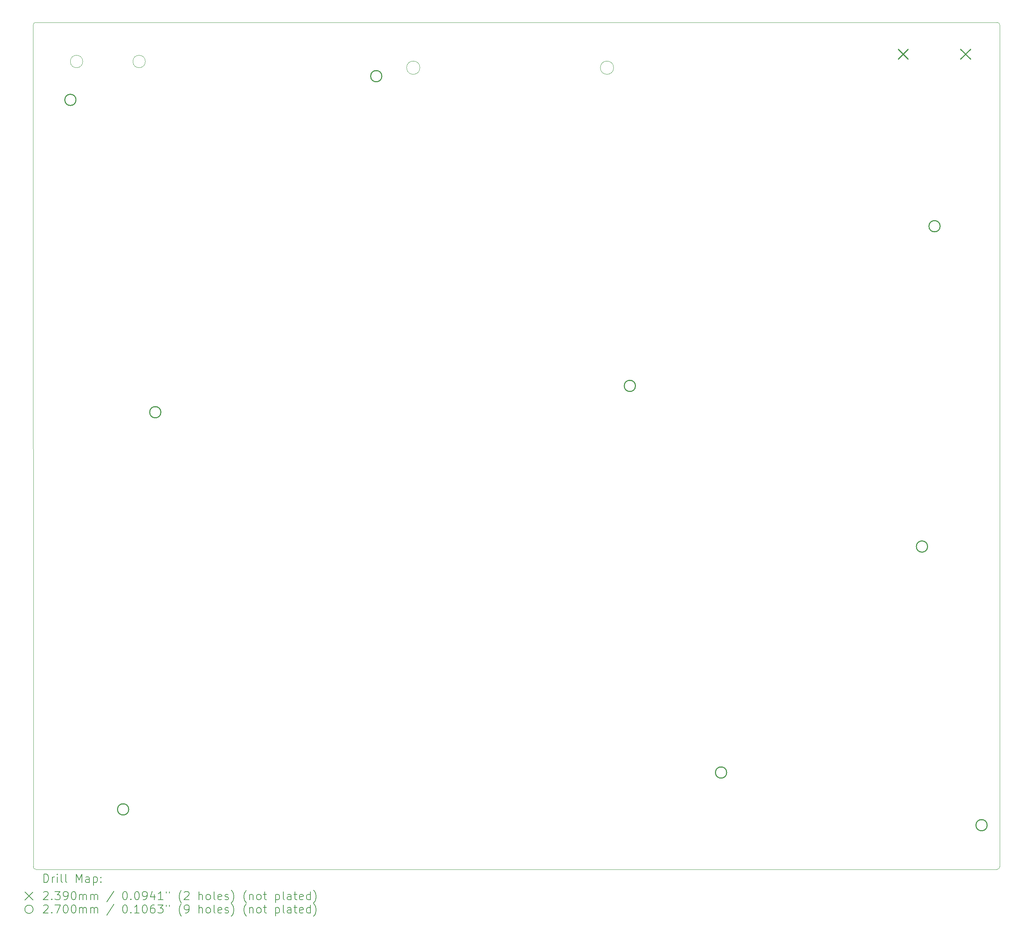
<source format=gbr>
%TF.GenerationSoftware,KiCad,Pcbnew,8.0.5*%
%TF.CreationDate,2024-10-27T21:26:21+00:00*%
%TF.ProjectId,TIM-011B,54494d2d-3031-4314-922e-6b696361645f,rev?*%
%TF.SameCoordinates,Original*%
%TF.FileFunction,Drillmap*%
%TF.FilePolarity,Positive*%
%FSLAX45Y45*%
G04 Gerber Fmt 4.5, Leading zero omitted, Abs format (unit mm)*
G04 Created by KiCad (PCBNEW 8.0.5) date 2024-10-27 21:26:21*
%MOMM*%
%LPD*%
G01*
G04 APERTURE LIST*
%ADD10C,0.050000*%
%ADD11C,0.200000*%
%ADD12C,0.239000*%
%ADD13C,0.270000*%
G04 APERTURE END LIST*
D10*
X32442000Y-3389000D02*
X32442000Y-23683000D01*
X9163000Y-3389000D02*
G75*
G02*
X9227000Y-3325000I64000J0D01*
G01*
X32378000Y-23747000D02*
X9227255Y-23746745D01*
X9227000Y-3325000D02*
X32378000Y-3325000D01*
X32442000Y-23683000D02*
G75*
G02*
X32378000Y-23747000I-64000J0D01*
G01*
X32378000Y-3325000D02*
G75*
G02*
X32442000Y-3389000I0J-64000D01*
G01*
X23142508Y-4419000D02*
G75*
G02*
X22822508Y-4419000I-160000J0D01*
G01*
X22822508Y-4419000D02*
G75*
G02*
X23142508Y-4419000I160000J0D01*
G01*
X9227255Y-23746745D02*
G75*
G02*
X9163255Y-23682745I-5J63995D01*
G01*
X9163255Y-23682745D02*
X9163000Y-3389000D01*
X18476508Y-4419000D02*
G75*
G02*
X18156508Y-4419000I-160000J0D01*
G01*
X18156508Y-4419000D02*
G75*
G02*
X18476508Y-4419000I160000J0D01*
G01*
X10356500Y-4269000D02*
G75*
G02*
X10056500Y-4269000I-150000J0D01*
G01*
X10056500Y-4269000D02*
G75*
G02*
X10356500Y-4269000I150000J0D01*
G01*
X11863500Y-4269000D02*
G75*
G02*
X11563500Y-4269000I-150000J0D01*
G01*
X11563500Y-4269000D02*
G75*
G02*
X11863500Y-4269000I150000J0D01*
G01*
D11*
D12*
X29997000Y-3970000D02*
X30236000Y-4209000D01*
X30236000Y-3970000D02*
X29997000Y-4209000D01*
X31498000Y-3970000D02*
X31737000Y-4209000D01*
X31737000Y-3970000D02*
X31498000Y-4209000D01*
D13*
X10193400Y-5194300D02*
G75*
G02*
X9923400Y-5194300I-135000J0D01*
G01*
X9923400Y-5194300D02*
G75*
G02*
X10193400Y-5194300I135000J0D01*
G01*
X11463400Y-22301200D02*
G75*
G02*
X11193400Y-22301200I-135000J0D01*
G01*
X11193400Y-22301200D02*
G75*
G02*
X11463400Y-22301200I135000J0D01*
G01*
X12238100Y-12725400D02*
G75*
G02*
X11968100Y-12725400I-135000J0D01*
G01*
X11968100Y-12725400D02*
G75*
G02*
X12238100Y-12725400I135000J0D01*
G01*
X17560000Y-4622800D02*
G75*
G02*
X17290000Y-4622800I-135000J0D01*
G01*
X17290000Y-4622800D02*
G75*
G02*
X17560000Y-4622800I135000J0D01*
G01*
X23668100Y-12090400D02*
G75*
G02*
X23398100Y-12090400I-135000J0D01*
G01*
X23398100Y-12090400D02*
G75*
G02*
X23668100Y-12090400I135000J0D01*
G01*
X25865200Y-21412200D02*
G75*
G02*
X25595200Y-21412200I-135000J0D01*
G01*
X25595200Y-21412200D02*
G75*
G02*
X25865200Y-21412200I135000J0D01*
G01*
X30703900Y-15963900D02*
G75*
G02*
X30433900Y-15963900I-135000J0D01*
G01*
X30433900Y-15963900D02*
G75*
G02*
X30703900Y-15963900I135000J0D01*
G01*
X31006700Y-8240500D02*
G75*
G02*
X30736700Y-8240500I-135000J0D01*
G01*
X30736700Y-8240500D02*
G75*
G02*
X31006700Y-8240500I135000J0D01*
G01*
X32139000Y-22682200D02*
G75*
G02*
X31869000Y-22682200I-135000J0D01*
G01*
X31869000Y-22682200D02*
G75*
G02*
X32139000Y-22682200I135000J0D01*
G01*
D11*
X9421277Y-24060984D02*
X9421277Y-23860984D01*
X9421277Y-23860984D02*
X9468896Y-23860984D01*
X9468896Y-23860984D02*
X9497467Y-23870508D01*
X9497467Y-23870508D02*
X9516515Y-23889555D01*
X9516515Y-23889555D02*
X9526039Y-23908603D01*
X9526039Y-23908603D02*
X9535562Y-23946698D01*
X9535562Y-23946698D02*
X9535562Y-23975269D01*
X9535562Y-23975269D02*
X9526039Y-24013365D01*
X9526039Y-24013365D02*
X9516515Y-24032412D01*
X9516515Y-24032412D02*
X9497467Y-24051460D01*
X9497467Y-24051460D02*
X9468896Y-24060984D01*
X9468896Y-24060984D02*
X9421277Y-24060984D01*
X9621277Y-24060984D02*
X9621277Y-23927650D01*
X9621277Y-23965746D02*
X9630801Y-23946698D01*
X9630801Y-23946698D02*
X9640324Y-23937174D01*
X9640324Y-23937174D02*
X9659372Y-23927650D01*
X9659372Y-23927650D02*
X9678420Y-23927650D01*
X9745086Y-24060984D02*
X9745086Y-23927650D01*
X9745086Y-23860984D02*
X9735562Y-23870508D01*
X9735562Y-23870508D02*
X9745086Y-23880031D01*
X9745086Y-23880031D02*
X9754610Y-23870508D01*
X9754610Y-23870508D02*
X9745086Y-23860984D01*
X9745086Y-23860984D02*
X9745086Y-23880031D01*
X9868896Y-24060984D02*
X9849848Y-24051460D01*
X9849848Y-24051460D02*
X9840324Y-24032412D01*
X9840324Y-24032412D02*
X9840324Y-23860984D01*
X9973658Y-24060984D02*
X9954610Y-24051460D01*
X9954610Y-24051460D02*
X9945086Y-24032412D01*
X9945086Y-24032412D02*
X9945086Y-23860984D01*
X10202229Y-24060984D02*
X10202229Y-23860984D01*
X10202229Y-23860984D02*
X10268896Y-24003841D01*
X10268896Y-24003841D02*
X10335562Y-23860984D01*
X10335562Y-23860984D02*
X10335562Y-24060984D01*
X10516515Y-24060984D02*
X10516515Y-23956222D01*
X10516515Y-23956222D02*
X10506991Y-23937174D01*
X10506991Y-23937174D02*
X10487943Y-23927650D01*
X10487943Y-23927650D02*
X10449848Y-23927650D01*
X10449848Y-23927650D02*
X10430801Y-23937174D01*
X10516515Y-24051460D02*
X10497467Y-24060984D01*
X10497467Y-24060984D02*
X10449848Y-24060984D01*
X10449848Y-24060984D02*
X10430801Y-24051460D01*
X10430801Y-24051460D02*
X10421277Y-24032412D01*
X10421277Y-24032412D02*
X10421277Y-24013365D01*
X10421277Y-24013365D02*
X10430801Y-23994317D01*
X10430801Y-23994317D02*
X10449848Y-23984793D01*
X10449848Y-23984793D02*
X10497467Y-23984793D01*
X10497467Y-23984793D02*
X10516515Y-23975269D01*
X10611753Y-23927650D02*
X10611753Y-24127650D01*
X10611753Y-23937174D02*
X10630801Y-23927650D01*
X10630801Y-23927650D02*
X10668896Y-23927650D01*
X10668896Y-23927650D02*
X10687943Y-23937174D01*
X10687943Y-23937174D02*
X10697467Y-23946698D01*
X10697467Y-23946698D02*
X10706991Y-23965746D01*
X10706991Y-23965746D02*
X10706991Y-24022888D01*
X10706991Y-24022888D02*
X10697467Y-24041936D01*
X10697467Y-24041936D02*
X10687943Y-24051460D01*
X10687943Y-24051460D02*
X10668896Y-24060984D01*
X10668896Y-24060984D02*
X10630801Y-24060984D01*
X10630801Y-24060984D02*
X10611753Y-24051460D01*
X10792705Y-24041936D02*
X10802229Y-24051460D01*
X10802229Y-24051460D02*
X10792705Y-24060984D01*
X10792705Y-24060984D02*
X10783182Y-24051460D01*
X10783182Y-24051460D02*
X10792705Y-24041936D01*
X10792705Y-24041936D02*
X10792705Y-24060984D01*
X10792705Y-23937174D02*
X10802229Y-23946698D01*
X10802229Y-23946698D02*
X10792705Y-23956222D01*
X10792705Y-23956222D02*
X10783182Y-23946698D01*
X10783182Y-23946698D02*
X10792705Y-23937174D01*
X10792705Y-23937174D02*
X10792705Y-23956222D01*
X8960500Y-24289500D02*
X9160500Y-24489500D01*
X9160500Y-24289500D02*
X8960500Y-24489500D01*
X9411753Y-24300031D02*
X9421277Y-24290508D01*
X9421277Y-24290508D02*
X9440324Y-24280984D01*
X9440324Y-24280984D02*
X9487943Y-24280984D01*
X9487943Y-24280984D02*
X9506991Y-24290508D01*
X9506991Y-24290508D02*
X9516515Y-24300031D01*
X9516515Y-24300031D02*
X9526039Y-24319079D01*
X9526039Y-24319079D02*
X9526039Y-24338127D01*
X9526039Y-24338127D02*
X9516515Y-24366698D01*
X9516515Y-24366698D02*
X9402229Y-24480984D01*
X9402229Y-24480984D02*
X9526039Y-24480984D01*
X9611753Y-24461936D02*
X9621277Y-24471460D01*
X9621277Y-24471460D02*
X9611753Y-24480984D01*
X9611753Y-24480984D02*
X9602229Y-24471460D01*
X9602229Y-24471460D02*
X9611753Y-24461936D01*
X9611753Y-24461936D02*
X9611753Y-24480984D01*
X9687943Y-24280984D02*
X9811753Y-24280984D01*
X9811753Y-24280984D02*
X9745086Y-24357174D01*
X9745086Y-24357174D02*
X9773658Y-24357174D01*
X9773658Y-24357174D02*
X9792705Y-24366698D01*
X9792705Y-24366698D02*
X9802229Y-24376222D01*
X9802229Y-24376222D02*
X9811753Y-24395269D01*
X9811753Y-24395269D02*
X9811753Y-24442888D01*
X9811753Y-24442888D02*
X9802229Y-24461936D01*
X9802229Y-24461936D02*
X9792705Y-24471460D01*
X9792705Y-24471460D02*
X9773658Y-24480984D01*
X9773658Y-24480984D02*
X9716515Y-24480984D01*
X9716515Y-24480984D02*
X9697467Y-24471460D01*
X9697467Y-24471460D02*
X9687943Y-24461936D01*
X9906991Y-24480984D02*
X9945086Y-24480984D01*
X9945086Y-24480984D02*
X9964134Y-24471460D01*
X9964134Y-24471460D02*
X9973658Y-24461936D01*
X9973658Y-24461936D02*
X9992705Y-24433365D01*
X9992705Y-24433365D02*
X10002229Y-24395269D01*
X10002229Y-24395269D02*
X10002229Y-24319079D01*
X10002229Y-24319079D02*
X9992705Y-24300031D01*
X9992705Y-24300031D02*
X9983182Y-24290508D01*
X9983182Y-24290508D02*
X9964134Y-24280984D01*
X9964134Y-24280984D02*
X9926039Y-24280984D01*
X9926039Y-24280984D02*
X9906991Y-24290508D01*
X9906991Y-24290508D02*
X9897467Y-24300031D01*
X9897467Y-24300031D02*
X9887943Y-24319079D01*
X9887943Y-24319079D02*
X9887943Y-24366698D01*
X9887943Y-24366698D02*
X9897467Y-24385746D01*
X9897467Y-24385746D02*
X9906991Y-24395269D01*
X9906991Y-24395269D02*
X9926039Y-24404793D01*
X9926039Y-24404793D02*
X9964134Y-24404793D01*
X9964134Y-24404793D02*
X9983182Y-24395269D01*
X9983182Y-24395269D02*
X9992705Y-24385746D01*
X9992705Y-24385746D02*
X10002229Y-24366698D01*
X10126039Y-24280984D02*
X10145086Y-24280984D01*
X10145086Y-24280984D02*
X10164134Y-24290508D01*
X10164134Y-24290508D02*
X10173658Y-24300031D01*
X10173658Y-24300031D02*
X10183182Y-24319079D01*
X10183182Y-24319079D02*
X10192705Y-24357174D01*
X10192705Y-24357174D02*
X10192705Y-24404793D01*
X10192705Y-24404793D02*
X10183182Y-24442888D01*
X10183182Y-24442888D02*
X10173658Y-24461936D01*
X10173658Y-24461936D02*
X10164134Y-24471460D01*
X10164134Y-24471460D02*
X10145086Y-24480984D01*
X10145086Y-24480984D02*
X10126039Y-24480984D01*
X10126039Y-24480984D02*
X10106991Y-24471460D01*
X10106991Y-24471460D02*
X10097467Y-24461936D01*
X10097467Y-24461936D02*
X10087943Y-24442888D01*
X10087943Y-24442888D02*
X10078420Y-24404793D01*
X10078420Y-24404793D02*
X10078420Y-24357174D01*
X10078420Y-24357174D02*
X10087943Y-24319079D01*
X10087943Y-24319079D02*
X10097467Y-24300031D01*
X10097467Y-24300031D02*
X10106991Y-24290508D01*
X10106991Y-24290508D02*
X10126039Y-24280984D01*
X10278420Y-24480984D02*
X10278420Y-24347650D01*
X10278420Y-24366698D02*
X10287943Y-24357174D01*
X10287943Y-24357174D02*
X10306991Y-24347650D01*
X10306991Y-24347650D02*
X10335563Y-24347650D01*
X10335563Y-24347650D02*
X10354610Y-24357174D01*
X10354610Y-24357174D02*
X10364134Y-24376222D01*
X10364134Y-24376222D02*
X10364134Y-24480984D01*
X10364134Y-24376222D02*
X10373658Y-24357174D01*
X10373658Y-24357174D02*
X10392705Y-24347650D01*
X10392705Y-24347650D02*
X10421277Y-24347650D01*
X10421277Y-24347650D02*
X10440324Y-24357174D01*
X10440324Y-24357174D02*
X10449848Y-24376222D01*
X10449848Y-24376222D02*
X10449848Y-24480984D01*
X10545086Y-24480984D02*
X10545086Y-24347650D01*
X10545086Y-24366698D02*
X10554610Y-24357174D01*
X10554610Y-24357174D02*
X10573658Y-24347650D01*
X10573658Y-24347650D02*
X10602229Y-24347650D01*
X10602229Y-24347650D02*
X10621277Y-24357174D01*
X10621277Y-24357174D02*
X10630801Y-24376222D01*
X10630801Y-24376222D02*
X10630801Y-24480984D01*
X10630801Y-24376222D02*
X10640324Y-24357174D01*
X10640324Y-24357174D02*
X10659372Y-24347650D01*
X10659372Y-24347650D02*
X10687943Y-24347650D01*
X10687943Y-24347650D02*
X10706991Y-24357174D01*
X10706991Y-24357174D02*
X10716515Y-24376222D01*
X10716515Y-24376222D02*
X10716515Y-24480984D01*
X11106991Y-24271460D02*
X10935563Y-24528603D01*
X11364134Y-24280984D02*
X11383182Y-24280984D01*
X11383182Y-24280984D02*
X11402229Y-24290508D01*
X11402229Y-24290508D02*
X11411753Y-24300031D01*
X11411753Y-24300031D02*
X11421277Y-24319079D01*
X11421277Y-24319079D02*
X11430801Y-24357174D01*
X11430801Y-24357174D02*
X11430801Y-24404793D01*
X11430801Y-24404793D02*
X11421277Y-24442888D01*
X11421277Y-24442888D02*
X11411753Y-24461936D01*
X11411753Y-24461936D02*
X11402229Y-24471460D01*
X11402229Y-24471460D02*
X11383182Y-24480984D01*
X11383182Y-24480984D02*
X11364134Y-24480984D01*
X11364134Y-24480984D02*
X11345086Y-24471460D01*
X11345086Y-24471460D02*
X11335563Y-24461936D01*
X11335563Y-24461936D02*
X11326039Y-24442888D01*
X11326039Y-24442888D02*
X11316515Y-24404793D01*
X11316515Y-24404793D02*
X11316515Y-24357174D01*
X11316515Y-24357174D02*
X11326039Y-24319079D01*
X11326039Y-24319079D02*
X11335563Y-24300031D01*
X11335563Y-24300031D02*
X11345086Y-24290508D01*
X11345086Y-24290508D02*
X11364134Y-24280984D01*
X11516515Y-24461936D02*
X11526039Y-24471460D01*
X11526039Y-24471460D02*
X11516515Y-24480984D01*
X11516515Y-24480984D02*
X11506991Y-24471460D01*
X11506991Y-24471460D02*
X11516515Y-24461936D01*
X11516515Y-24461936D02*
X11516515Y-24480984D01*
X11649848Y-24280984D02*
X11668896Y-24280984D01*
X11668896Y-24280984D02*
X11687944Y-24290508D01*
X11687944Y-24290508D02*
X11697467Y-24300031D01*
X11697467Y-24300031D02*
X11706991Y-24319079D01*
X11706991Y-24319079D02*
X11716515Y-24357174D01*
X11716515Y-24357174D02*
X11716515Y-24404793D01*
X11716515Y-24404793D02*
X11706991Y-24442888D01*
X11706991Y-24442888D02*
X11697467Y-24461936D01*
X11697467Y-24461936D02*
X11687944Y-24471460D01*
X11687944Y-24471460D02*
X11668896Y-24480984D01*
X11668896Y-24480984D02*
X11649848Y-24480984D01*
X11649848Y-24480984D02*
X11630801Y-24471460D01*
X11630801Y-24471460D02*
X11621277Y-24461936D01*
X11621277Y-24461936D02*
X11611753Y-24442888D01*
X11611753Y-24442888D02*
X11602229Y-24404793D01*
X11602229Y-24404793D02*
X11602229Y-24357174D01*
X11602229Y-24357174D02*
X11611753Y-24319079D01*
X11611753Y-24319079D02*
X11621277Y-24300031D01*
X11621277Y-24300031D02*
X11630801Y-24290508D01*
X11630801Y-24290508D02*
X11649848Y-24280984D01*
X11811753Y-24480984D02*
X11849848Y-24480984D01*
X11849848Y-24480984D02*
X11868896Y-24471460D01*
X11868896Y-24471460D02*
X11878420Y-24461936D01*
X11878420Y-24461936D02*
X11897467Y-24433365D01*
X11897467Y-24433365D02*
X11906991Y-24395269D01*
X11906991Y-24395269D02*
X11906991Y-24319079D01*
X11906991Y-24319079D02*
X11897467Y-24300031D01*
X11897467Y-24300031D02*
X11887944Y-24290508D01*
X11887944Y-24290508D02*
X11868896Y-24280984D01*
X11868896Y-24280984D02*
X11830801Y-24280984D01*
X11830801Y-24280984D02*
X11811753Y-24290508D01*
X11811753Y-24290508D02*
X11802229Y-24300031D01*
X11802229Y-24300031D02*
X11792705Y-24319079D01*
X11792705Y-24319079D02*
X11792705Y-24366698D01*
X11792705Y-24366698D02*
X11802229Y-24385746D01*
X11802229Y-24385746D02*
X11811753Y-24395269D01*
X11811753Y-24395269D02*
X11830801Y-24404793D01*
X11830801Y-24404793D02*
X11868896Y-24404793D01*
X11868896Y-24404793D02*
X11887944Y-24395269D01*
X11887944Y-24395269D02*
X11897467Y-24385746D01*
X11897467Y-24385746D02*
X11906991Y-24366698D01*
X12078420Y-24347650D02*
X12078420Y-24480984D01*
X12030801Y-24271460D02*
X11983182Y-24414317D01*
X11983182Y-24414317D02*
X12106991Y-24414317D01*
X12287944Y-24480984D02*
X12173658Y-24480984D01*
X12230801Y-24480984D02*
X12230801Y-24280984D01*
X12230801Y-24280984D02*
X12211753Y-24309555D01*
X12211753Y-24309555D02*
X12192705Y-24328603D01*
X12192705Y-24328603D02*
X12173658Y-24338127D01*
X12364134Y-24280984D02*
X12364134Y-24319079D01*
X12440325Y-24280984D02*
X12440325Y-24319079D01*
X12735563Y-24557174D02*
X12726039Y-24547650D01*
X12726039Y-24547650D02*
X12706991Y-24519079D01*
X12706991Y-24519079D02*
X12697467Y-24500031D01*
X12697467Y-24500031D02*
X12687944Y-24471460D01*
X12687944Y-24471460D02*
X12678420Y-24423841D01*
X12678420Y-24423841D02*
X12678420Y-24385746D01*
X12678420Y-24385746D02*
X12687944Y-24338127D01*
X12687944Y-24338127D02*
X12697467Y-24309555D01*
X12697467Y-24309555D02*
X12706991Y-24290508D01*
X12706991Y-24290508D02*
X12726039Y-24261936D01*
X12726039Y-24261936D02*
X12735563Y-24252412D01*
X12802229Y-24300031D02*
X12811753Y-24290508D01*
X12811753Y-24290508D02*
X12830801Y-24280984D01*
X12830801Y-24280984D02*
X12878420Y-24280984D01*
X12878420Y-24280984D02*
X12897467Y-24290508D01*
X12897467Y-24290508D02*
X12906991Y-24300031D01*
X12906991Y-24300031D02*
X12916515Y-24319079D01*
X12916515Y-24319079D02*
X12916515Y-24338127D01*
X12916515Y-24338127D02*
X12906991Y-24366698D01*
X12906991Y-24366698D02*
X12792706Y-24480984D01*
X12792706Y-24480984D02*
X12916515Y-24480984D01*
X13154610Y-24480984D02*
X13154610Y-24280984D01*
X13240325Y-24480984D02*
X13240325Y-24376222D01*
X13240325Y-24376222D02*
X13230801Y-24357174D01*
X13230801Y-24357174D02*
X13211753Y-24347650D01*
X13211753Y-24347650D02*
X13183182Y-24347650D01*
X13183182Y-24347650D02*
X13164134Y-24357174D01*
X13164134Y-24357174D02*
X13154610Y-24366698D01*
X13364134Y-24480984D02*
X13345087Y-24471460D01*
X13345087Y-24471460D02*
X13335563Y-24461936D01*
X13335563Y-24461936D02*
X13326039Y-24442888D01*
X13326039Y-24442888D02*
X13326039Y-24385746D01*
X13326039Y-24385746D02*
X13335563Y-24366698D01*
X13335563Y-24366698D02*
X13345087Y-24357174D01*
X13345087Y-24357174D02*
X13364134Y-24347650D01*
X13364134Y-24347650D02*
X13392706Y-24347650D01*
X13392706Y-24347650D02*
X13411753Y-24357174D01*
X13411753Y-24357174D02*
X13421277Y-24366698D01*
X13421277Y-24366698D02*
X13430801Y-24385746D01*
X13430801Y-24385746D02*
X13430801Y-24442888D01*
X13430801Y-24442888D02*
X13421277Y-24461936D01*
X13421277Y-24461936D02*
X13411753Y-24471460D01*
X13411753Y-24471460D02*
X13392706Y-24480984D01*
X13392706Y-24480984D02*
X13364134Y-24480984D01*
X13545087Y-24480984D02*
X13526039Y-24471460D01*
X13526039Y-24471460D02*
X13516515Y-24452412D01*
X13516515Y-24452412D02*
X13516515Y-24280984D01*
X13697468Y-24471460D02*
X13678420Y-24480984D01*
X13678420Y-24480984D02*
X13640325Y-24480984D01*
X13640325Y-24480984D02*
X13621277Y-24471460D01*
X13621277Y-24471460D02*
X13611753Y-24452412D01*
X13611753Y-24452412D02*
X13611753Y-24376222D01*
X13611753Y-24376222D02*
X13621277Y-24357174D01*
X13621277Y-24357174D02*
X13640325Y-24347650D01*
X13640325Y-24347650D02*
X13678420Y-24347650D01*
X13678420Y-24347650D02*
X13697468Y-24357174D01*
X13697468Y-24357174D02*
X13706991Y-24376222D01*
X13706991Y-24376222D02*
X13706991Y-24395269D01*
X13706991Y-24395269D02*
X13611753Y-24414317D01*
X13783182Y-24471460D02*
X13802229Y-24480984D01*
X13802229Y-24480984D02*
X13840325Y-24480984D01*
X13840325Y-24480984D02*
X13859372Y-24471460D01*
X13859372Y-24471460D02*
X13868896Y-24452412D01*
X13868896Y-24452412D02*
X13868896Y-24442888D01*
X13868896Y-24442888D02*
X13859372Y-24423841D01*
X13859372Y-24423841D02*
X13840325Y-24414317D01*
X13840325Y-24414317D02*
X13811753Y-24414317D01*
X13811753Y-24414317D02*
X13792706Y-24404793D01*
X13792706Y-24404793D02*
X13783182Y-24385746D01*
X13783182Y-24385746D02*
X13783182Y-24376222D01*
X13783182Y-24376222D02*
X13792706Y-24357174D01*
X13792706Y-24357174D02*
X13811753Y-24347650D01*
X13811753Y-24347650D02*
X13840325Y-24347650D01*
X13840325Y-24347650D02*
X13859372Y-24357174D01*
X13935563Y-24557174D02*
X13945087Y-24547650D01*
X13945087Y-24547650D02*
X13964134Y-24519079D01*
X13964134Y-24519079D02*
X13973658Y-24500031D01*
X13973658Y-24500031D02*
X13983182Y-24471460D01*
X13983182Y-24471460D02*
X13992706Y-24423841D01*
X13992706Y-24423841D02*
X13992706Y-24385746D01*
X13992706Y-24385746D02*
X13983182Y-24338127D01*
X13983182Y-24338127D02*
X13973658Y-24309555D01*
X13973658Y-24309555D02*
X13964134Y-24290508D01*
X13964134Y-24290508D02*
X13945087Y-24261936D01*
X13945087Y-24261936D02*
X13935563Y-24252412D01*
X14297468Y-24557174D02*
X14287944Y-24547650D01*
X14287944Y-24547650D02*
X14268896Y-24519079D01*
X14268896Y-24519079D02*
X14259372Y-24500031D01*
X14259372Y-24500031D02*
X14249849Y-24471460D01*
X14249849Y-24471460D02*
X14240325Y-24423841D01*
X14240325Y-24423841D02*
X14240325Y-24385746D01*
X14240325Y-24385746D02*
X14249849Y-24338127D01*
X14249849Y-24338127D02*
X14259372Y-24309555D01*
X14259372Y-24309555D02*
X14268896Y-24290508D01*
X14268896Y-24290508D02*
X14287944Y-24261936D01*
X14287944Y-24261936D02*
X14297468Y-24252412D01*
X14373658Y-24347650D02*
X14373658Y-24480984D01*
X14373658Y-24366698D02*
X14383182Y-24357174D01*
X14383182Y-24357174D02*
X14402229Y-24347650D01*
X14402229Y-24347650D02*
X14430801Y-24347650D01*
X14430801Y-24347650D02*
X14449849Y-24357174D01*
X14449849Y-24357174D02*
X14459372Y-24376222D01*
X14459372Y-24376222D02*
X14459372Y-24480984D01*
X14583182Y-24480984D02*
X14564134Y-24471460D01*
X14564134Y-24471460D02*
X14554610Y-24461936D01*
X14554610Y-24461936D02*
X14545087Y-24442888D01*
X14545087Y-24442888D02*
X14545087Y-24385746D01*
X14545087Y-24385746D02*
X14554610Y-24366698D01*
X14554610Y-24366698D02*
X14564134Y-24357174D01*
X14564134Y-24357174D02*
X14583182Y-24347650D01*
X14583182Y-24347650D02*
X14611753Y-24347650D01*
X14611753Y-24347650D02*
X14630801Y-24357174D01*
X14630801Y-24357174D02*
X14640325Y-24366698D01*
X14640325Y-24366698D02*
X14649849Y-24385746D01*
X14649849Y-24385746D02*
X14649849Y-24442888D01*
X14649849Y-24442888D02*
X14640325Y-24461936D01*
X14640325Y-24461936D02*
X14630801Y-24471460D01*
X14630801Y-24471460D02*
X14611753Y-24480984D01*
X14611753Y-24480984D02*
X14583182Y-24480984D01*
X14706991Y-24347650D02*
X14783182Y-24347650D01*
X14735563Y-24280984D02*
X14735563Y-24452412D01*
X14735563Y-24452412D02*
X14745087Y-24471460D01*
X14745087Y-24471460D02*
X14764134Y-24480984D01*
X14764134Y-24480984D02*
X14783182Y-24480984D01*
X15002230Y-24347650D02*
X15002230Y-24547650D01*
X15002230Y-24357174D02*
X15021277Y-24347650D01*
X15021277Y-24347650D02*
X15059372Y-24347650D01*
X15059372Y-24347650D02*
X15078420Y-24357174D01*
X15078420Y-24357174D02*
X15087944Y-24366698D01*
X15087944Y-24366698D02*
X15097468Y-24385746D01*
X15097468Y-24385746D02*
X15097468Y-24442888D01*
X15097468Y-24442888D02*
X15087944Y-24461936D01*
X15087944Y-24461936D02*
X15078420Y-24471460D01*
X15078420Y-24471460D02*
X15059372Y-24480984D01*
X15059372Y-24480984D02*
X15021277Y-24480984D01*
X15021277Y-24480984D02*
X15002230Y-24471460D01*
X15211753Y-24480984D02*
X15192706Y-24471460D01*
X15192706Y-24471460D02*
X15183182Y-24452412D01*
X15183182Y-24452412D02*
X15183182Y-24280984D01*
X15373658Y-24480984D02*
X15373658Y-24376222D01*
X15373658Y-24376222D02*
X15364134Y-24357174D01*
X15364134Y-24357174D02*
X15345087Y-24347650D01*
X15345087Y-24347650D02*
X15306991Y-24347650D01*
X15306991Y-24347650D02*
X15287944Y-24357174D01*
X15373658Y-24471460D02*
X15354611Y-24480984D01*
X15354611Y-24480984D02*
X15306991Y-24480984D01*
X15306991Y-24480984D02*
X15287944Y-24471460D01*
X15287944Y-24471460D02*
X15278420Y-24452412D01*
X15278420Y-24452412D02*
X15278420Y-24433365D01*
X15278420Y-24433365D02*
X15287944Y-24414317D01*
X15287944Y-24414317D02*
X15306991Y-24404793D01*
X15306991Y-24404793D02*
X15354611Y-24404793D01*
X15354611Y-24404793D02*
X15373658Y-24395269D01*
X15440325Y-24347650D02*
X15516515Y-24347650D01*
X15468896Y-24280984D02*
X15468896Y-24452412D01*
X15468896Y-24452412D02*
X15478420Y-24471460D01*
X15478420Y-24471460D02*
X15497468Y-24480984D01*
X15497468Y-24480984D02*
X15516515Y-24480984D01*
X15659372Y-24471460D02*
X15640325Y-24480984D01*
X15640325Y-24480984D02*
X15602230Y-24480984D01*
X15602230Y-24480984D02*
X15583182Y-24471460D01*
X15583182Y-24471460D02*
X15573658Y-24452412D01*
X15573658Y-24452412D02*
X15573658Y-24376222D01*
X15573658Y-24376222D02*
X15583182Y-24357174D01*
X15583182Y-24357174D02*
X15602230Y-24347650D01*
X15602230Y-24347650D02*
X15640325Y-24347650D01*
X15640325Y-24347650D02*
X15659372Y-24357174D01*
X15659372Y-24357174D02*
X15668896Y-24376222D01*
X15668896Y-24376222D02*
X15668896Y-24395269D01*
X15668896Y-24395269D02*
X15573658Y-24414317D01*
X15840325Y-24480984D02*
X15840325Y-24280984D01*
X15840325Y-24471460D02*
X15821277Y-24480984D01*
X15821277Y-24480984D02*
X15783182Y-24480984D01*
X15783182Y-24480984D02*
X15764134Y-24471460D01*
X15764134Y-24471460D02*
X15754611Y-24461936D01*
X15754611Y-24461936D02*
X15745087Y-24442888D01*
X15745087Y-24442888D02*
X15745087Y-24385746D01*
X15745087Y-24385746D02*
X15754611Y-24366698D01*
X15754611Y-24366698D02*
X15764134Y-24357174D01*
X15764134Y-24357174D02*
X15783182Y-24347650D01*
X15783182Y-24347650D02*
X15821277Y-24347650D01*
X15821277Y-24347650D02*
X15840325Y-24357174D01*
X15916515Y-24557174D02*
X15926039Y-24547650D01*
X15926039Y-24547650D02*
X15945087Y-24519079D01*
X15945087Y-24519079D02*
X15954611Y-24500031D01*
X15954611Y-24500031D02*
X15964134Y-24471460D01*
X15964134Y-24471460D02*
X15973658Y-24423841D01*
X15973658Y-24423841D02*
X15973658Y-24385746D01*
X15973658Y-24385746D02*
X15964134Y-24338127D01*
X15964134Y-24338127D02*
X15954611Y-24309555D01*
X15954611Y-24309555D02*
X15945087Y-24290508D01*
X15945087Y-24290508D02*
X15926039Y-24261936D01*
X15926039Y-24261936D02*
X15916515Y-24252412D01*
X9160500Y-24709500D02*
G75*
G02*
X8960500Y-24709500I-100000J0D01*
G01*
X8960500Y-24709500D02*
G75*
G02*
X9160500Y-24709500I100000J0D01*
G01*
X9411753Y-24620031D02*
X9421277Y-24610508D01*
X9421277Y-24610508D02*
X9440324Y-24600984D01*
X9440324Y-24600984D02*
X9487943Y-24600984D01*
X9487943Y-24600984D02*
X9506991Y-24610508D01*
X9506991Y-24610508D02*
X9516515Y-24620031D01*
X9516515Y-24620031D02*
X9526039Y-24639079D01*
X9526039Y-24639079D02*
X9526039Y-24658127D01*
X9526039Y-24658127D02*
X9516515Y-24686698D01*
X9516515Y-24686698D02*
X9402229Y-24800984D01*
X9402229Y-24800984D02*
X9526039Y-24800984D01*
X9611753Y-24781936D02*
X9621277Y-24791460D01*
X9621277Y-24791460D02*
X9611753Y-24800984D01*
X9611753Y-24800984D02*
X9602229Y-24791460D01*
X9602229Y-24791460D02*
X9611753Y-24781936D01*
X9611753Y-24781936D02*
X9611753Y-24800984D01*
X9687943Y-24600984D02*
X9821277Y-24600984D01*
X9821277Y-24600984D02*
X9735562Y-24800984D01*
X9935562Y-24600984D02*
X9954610Y-24600984D01*
X9954610Y-24600984D02*
X9973658Y-24610508D01*
X9973658Y-24610508D02*
X9983182Y-24620031D01*
X9983182Y-24620031D02*
X9992705Y-24639079D01*
X9992705Y-24639079D02*
X10002229Y-24677174D01*
X10002229Y-24677174D02*
X10002229Y-24724793D01*
X10002229Y-24724793D02*
X9992705Y-24762888D01*
X9992705Y-24762888D02*
X9983182Y-24781936D01*
X9983182Y-24781936D02*
X9973658Y-24791460D01*
X9973658Y-24791460D02*
X9954610Y-24800984D01*
X9954610Y-24800984D02*
X9935562Y-24800984D01*
X9935562Y-24800984D02*
X9916515Y-24791460D01*
X9916515Y-24791460D02*
X9906991Y-24781936D01*
X9906991Y-24781936D02*
X9897467Y-24762888D01*
X9897467Y-24762888D02*
X9887943Y-24724793D01*
X9887943Y-24724793D02*
X9887943Y-24677174D01*
X9887943Y-24677174D02*
X9897467Y-24639079D01*
X9897467Y-24639079D02*
X9906991Y-24620031D01*
X9906991Y-24620031D02*
X9916515Y-24610508D01*
X9916515Y-24610508D02*
X9935562Y-24600984D01*
X10126039Y-24600984D02*
X10145086Y-24600984D01*
X10145086Y-24600984D02*
X10164134Y-24610508D01*
X10164134Y-24610508D02*
X10173658Y-24620031D01*
X10173658Y-24620031D02*
X10183182Y-24639079D01*
X10183182Y-24639079D02*
X10192705Y-24677174D01*
X10192705Y-24677174D02*
X10192705Y-24724793D01*
X10192705Y-24724793D02*
X10183182Y-24762888D01*
X10183182Y-24762888D02*
X10173658Y-24781936D01*
X10173658Y-24781936D02*
X10164134Y-24791460D01*
X10164134Y-24791460D02*
X10145086Y-24800984D01*
X10145086Y-24800984D02*
X10126039Y-24800984D01*
X10126039Y-24800984D02*
X10106991Y-24791460D01*
X10106991Y-24791460D02*
X10097467Y-24781936D01*
X10097467Y-24781936D02*
X10087943Y-24762888D01*
X10087943Y-24762888D02*
X10078420Y-24724793D01*
X10078420Y-24724793D02*
X10078420Y-24677174D01*
X10078420Y-24677174D02*
X10087943Y-24639079D01*
X10087943Y-24639079D02*
X10097467Y-24620031D01*
X10097467Y-24620031D02*
X10106991Y-24610508D01*
X10106991Y-24610508D02*
X10126039Y-24600984D01*
X10278420Y-24800984D02*
X10278420Y-24667650D01*
X10278420Y-24686698D02*
X10287943Y-24677174D01*
X10287943Y-24677174D02*
X10306991Y-24667650D01*
X10306991Y-24667650D02*
X10335563Y-24667650D01*
X10335563Y-24667650D02*
X10354610Y-24677174D01*
X10354610Y-24677174D02*
X10364134Y-24696222D01*
X10364134Y-24696222D02*
X10364134Y-24800984D01*
X10364134Y-24696222D02*
X10373658Y-24677174D01*
X10373658Y-24677174D02*
X10392705Y-24667650D01*
X10392705Y-24667650D02*
X10421277Y-24667650D01*
X10421277Y-24667650D02*
X10440324Y-24677174D01*
X10440324Y-24677174D02*
X10449848Y-24696222D01*
X10449848Y-24696222D02*
X10449848Y-24800984D01*
X10545086Y-24800984D02*
X10545086Y-24667650D01*
X10545086Y-24686698D02*
X10554610Y-24677174D01*
X10554610Y-24677174D02*
X10573658Y-24667650D01*
X10573658Y-24667650D02*
X10602229Y-24667650D01*
X10602229Y-24667650D02*
X10621277Y-24677174D01*
X10621277Y-24677174D02*
X10630801Y-24696222D01*
X10630801Y-24696222D02*
X10630801Y-24800984D01*
X10630801Y-24696222D02*
X10640324Y-24677174D01*
X10640324Y-24677174D02*
X10659372Y-24667650D01*
X10659372Y-24667650D02*
X10687943Y-24667650D01*
X10687943Y-24667650D02*
X10706991Y-24677174D01*
X10706991Y-24677174D02*
X10716515Y-24696222D01*
X10716515Y-24696222D02*
X10716515Y-24800984D01*
X11106991Y-24591460D02*
X10935563Y-24848603D01*
X11364134Y-24600984D02*
X11383182Y-24600984D01*
X11383182Y-24600984D02*
X11402229Y-24610508D01*
X11402229Y-24610508D02*
X11411753Y-24620031D01*
X11411753Y-24620031D02*
X11421277Y-24639079D01*
X11421277Y-24639079D02*
X11430801Y-24677174D01*
X11430801Y-24677174D02*
X11430801Y-24724793D01*
X11430801Y-24724793D02*
X11421277Y-24762888D01*
X11421277Y-24762888D02*
X11411753Y-24781936D01*
X11411753Y-24781936D02*
X11402229Y-24791460D01*
X11402229Y-24791460D02*
X11383182Y-24800984D01*
X11383182Y-24800984D02*
X11364134Y-24800984D01*
X11364134Y-24800984D02*
X11345086Y-24791460D01*
X11345086Y-24791460D02*
X11335563Y-24781936D01*
X11335563Y-24781936D02*
X11326039Y-24762888D01*
X11326039Y-24762888D02*
X11316515Y-24724793D01*
X11316515Y-24724793D02*
X11316515Y-24677174D01*
X11316515Y-24677174D02*
X11326039Y-24639079D01*
X11326039Y-24639079D02*
X11335563Y-24620031D01*
X11335563Y-24620031D02*
X11345086Y-24610508D01*
X11345086Y-24610508D02*
X11364134Y-24600984D01*
X11516515Y-24781936D02*
X11526039Y-24791460D01*
X11526039Y-24791460D02*
X11516515Y-24800984D01*
X11516515Y-24800984D02*
X11506991Y-24791460D01*
X11506991Y-24791460D02*
X11516515Y-24781936D01*
X11516515Y-24781936D02*
X11516515Y-24800984D01*
X11716515Y-24800984D02*
X11602229Y-24800984D01*
X11659372Y-24800984D02*
X11659372Y-24600984D01*
X11659372Y-24600984D02*
X11640324Y-24629555D01*
X11640324Y-24629555D02*
X11621277Y-24648603D01*
X11621277Y-24648603D02*
X11602229Y-24658127D01*
X11840324Y-24600984D02*
X11859372Y-24600984D01*
X11859372Y-24600984D02*
X11878420Y-24610508D01*
X11878420Y-24610508D02*
X11887944Y-24620031D01*
X11887944Y-24620031D02*
X11897467Y-24639079D01*
X11897467Y-24639079D02*
X11906991Y-24677174D01*
X11906991Y-24677174D02*
X11906991Y-24724793D01*
X11906991Y-24724793D02*
X11897467Y-24762888D01*
X11897467Y-24762888D02*
X11887944Y-24781936D01*
X11887944Y-24781936D02*
X11878420Y-24791460D01*
X11878420Y-24791460D02*
X11859372Y-24800984D01*
X11859372Y-24800984D02*
X11840324Y-24800984D01*
X11840324Y-24800984D02*
X11821277Y-24791460D01*
X11821277Y-24791460D02*
X11811753Y-24781936D01*
X11811753Y-24781936D02*
X11802229Y-24762888D01*
X11802229Y-24762888D02*
X11792705Y-24724793D01*
X11792705Y-24724793D02*
X11792705Y-24677174D01*
X11792705Y-24677174D02*
X11802229Y-24639079D01*
X11802229Y-24639079D02*
X11811753Y-24620031D01*
X11811753Y-24620031D02*
X11821277Y-24610508D01*
X11821277Y-24610508D02*
X11840324Y-24600984D01*
X12078420Y-24600984D02*
X12040324Y-24600984D01*
X12040324Y-24600984D02*
X12021277Y-24610508D01*
X12021277Y-24610508D02*
X12011753Y-24620031D01*
X12011753Y-24620031D02*
X11992705Y-24648603D01*
X11992705Y-24648603D02*
X11983182Y-24686698D01*
X11983182Y-24686698D02*
X11983182Y-24762888D01*
X11983182Y-24762888D02*
X11992705Y-24781936D01*
X11992705Y-24781936D02*
X12002229Y-24791460D01*
X12002229Y-24791460D02*
X12021277Y-24800984D01*
X12021277Y-24800984D02*
X12059372Y-24800984D01*
X12059372Y-24800984D02*
X12078420Y-24791460D01*
X12078420Y-24791460D02*
X12087944Y-24781936D01*
X12087944Y-24781936D02*
X12097467Y-24762888D01*
X12097467Y-24762888D02*
X12097467Y-24715269D01*
X12097467Y-24715269D02*
X12087944Y-24696222D01*
X12087944Y-24696222D02*
X12078420Y-24686698D01*
X12078420Y-24686698D02*
X12059372Y-24677174D01*
X12059372Y-24677174D02*
X12021277Y-24677174D01*
X12021277Y-24677174D02*
X12002229Y-24686698D01*
X12002229Y-24686698D02*
X11992705Y-24696222D01*
X11992705Y-24696222D02*
X11983182Y-24715269D01*
X12164134Y-24600984D02*
X12287944Y-24600984D01*
X12287944Y-24600984D02*
X12221277Y-24677174D01*
X12221277Y-24677174D02*
X12249848Y-24677174D01*
X12249848Y-24677174D02*
X12268896Y-24686698D01*
X12268896Y-24686698D02*
X12278420Y-24696222D01*
X12278420Y-24696222D02*
X12287944Y-24715269D01*
X12287944Y-24715269D02*
X12287944Y-24762888D01*
X12287944Y-24762888D02*
X12278420Y-24781936D01*
X12278420Y-24781936D02*
X12268896Y-24791460D01*
X12268896Y-24791460D02*
X12249848Y-24800984D01*
X12249848Y-24800984D02*
X12192705Y-24800984D01*
X12192705Y-24800984D02*
X12173658Y-24791460D01*
X12173658Y-24791460D02*
X12164134Y-24781936D01*
X12364134Y-24600984D02*
X12364134Y-24639079D01*
X12440325Y-24600984D02*
X12440325Y-24639079D01*
X12735563Y-24877174D02*
X12726039Y-24867650D01*
X12726039Y-24867650D02*
X12706991Y-24839079D01*
X12706991Y-24839079D02*
X12697467Y-24820031D01*
X12697467Y-24820031D02*
X12687944Y-24791460D01*
X12687944Y-24791460D02*
X12678420Y-24743841D01*
X12678420Y-24743841D02*
X12678420Y-24705746D01*
X12678420Y-24705746D02*
X12687944Y-24658127D01*
X12687944Y-24658127D02*
X12697467Y-24629555D01*
X12697467Y-24629555D02*
X12706991Y-24610508D01*
X12706991Y-24610508D02*
X12726039Y-24581936D01*
X12726039Y-24581936D02*
X12735563Y-24572412D01*
X12821277Y-24800984D02*
X12859372Y-24800984D01*
X12859372Y-24800984D02*
X12878420Y-24791460D01*
X12878420Y-24791460D02*
X12887944Y-24781936D01*
X12887944Y-24781936D02*
X12906991Y-24753365D01*
X12906991Y-24753365D02*
X12916515Y-24715269D01*
X12916515Y-24715269D02*
X12916515Y-24639079D01*
X12916515Y-24639079D02*
X12906991Y-24620031D01*
X12906991Y-24620031D02*
X12897467Y-24610508D01*
X12897467Y-24610508D02*
X12878420Y-24600984D01*
X12878420Y-24600984D02*
X12840325Y-24600984D01*
X12840325Y-24600984D02*
X12821277Y-24610508D01*
X12821277Y-24610508D02*
X12811753Y-24620031D01*
X12811753Y-24620031D02*
X12802229Y-24639079D01*
X12802229Y-24639079D02*
X12802229Y-24686698D01*
X12802229Y-24686698D02*
X12811753Y-24705746D01*
X12811753Y-24705746D02*
X12821277Y-24715269D01*
X12821277Y-24715269D02*
X12840325Y-24724793D01*
X12840325Y-24724793D02*
X12878420Y-24724793D01*
X12878420Y-24724793D02*
X12897467Y-24715269D01*
X12897467Y-24715269D02*
X12906991Y-24705746D01*
X12906991Y-24705746D02*
X12916515Y-24686698D01*
X13154610Y-24800984D02*
X13154610Y-24600984D01*
X13240325Y-24800984D02*
X13240325Y-24696222D01*
X13240325Y-24696222D02*
X13230801Y-24677174D01*
X13230801Y-24677174D02*
X13211753Y-24667650D01*
X13211753Y-24667650D02*
X13183182Y-24667650D01*
X13183182Y-24667650D02*
X13164134Y-24677174D01*
X13164134Y-24677174D02*
X13154610Y-24686698D01*
X13364134Y-24800984D02*
X13345087Y-24791460D01*
X13345087Y-24791460D02*
X13335563Y-24781936D01*
X13335563Y-24781936D02*
X13326039Y-24762888D01*
X13326039Y-24762888D02*
X13326039Y-24705746D01*
X13326039Y-24705746D02*
X13335563Y-24686698D01*
X13335563Y-24686698D02*
X13345087Y-24677174D01*
X13345087Y-24677174D02*
X13364134Y-24667650D01*
X13364134Y-24667650D02*
X13392706Y-24667650D01*
X13392706Y-24667650D02*
X13411753Y-24677174D01*
X13411753Y-24677174D02*
X13421277Y-24686698D01*
X13421277Y-24686698D02*
X13430801Y-24705746D01*
X13430801Y-24705746D02*
X13430801Y-24762888D01*
X13430801Y-24762888D02*
X13421277Y-24781936D01*
X13421277Y-24781936D02*
X13411753Y-24791460D01*
X13411753Y-24791460D02*
X13392706Y-24800984D01*
X13392706Y-24800984D02*
X13364134Y-24800984D01*
X13545087Y-24800984D02*
X13526039Y-24791460D01*
X13526039Y-24791460D02*
X13516515Y-24772412D01*
X13516515Y-24772412D02*
X13516515Y-24600984D01*
X13697468Y-24791460D02*
X13678420Y-24800984D01*
X13678420Y-24800984D02*
X13640325Y-24800984D01*
X13640325Y-24800984D02*
X13621277Y-24791460D01*
X13621277Y-24791460D02*
X13611753Y-24772412D01*
X13611753Y-24772412D02*
X13611753Y-24696222D01*
X13611753Y-24696222D02*
X13621277Y-24677174D01*
X13621277Y-24677174D02*
X13640325Y-24667650D01*
X13640325Y-24667650D02*
X13678420Y-24667650D01*
X13678420Y-24667650D02*
X13697468Y-24677174D01*
X13697468Y-24677174D02*
X13706991Y-24696222D01*
X13706991Y-24696222D02*
X13706991Y-24715269D01*
X13706991Y-24715269D02*
X13611753Y-24734317D01*
X13783182Y-24791460D02*
X13802229Y-24800984D01*
X13802229Y-24800984D02*
X13840325Y-24800984D01*
X13840325Y-24800984D02*
X13859372Y-24791460D01*
X13859372Y-24791460D02*
X13868896Y-24772412D01*
X13868896Y-24772412D02*
X13868896Y-24762888D01*
X13868896Y-24762888D02*
X13859372Y-24743841D01*
X13859372Y-24743841D02*
X13840325Y-24734317D01*
X13840325Y-24734317D02*
X13811753Y-24734317D01*
X13811753Y-24734317D02*
X13792706Y-24724793D01*
X13792706Y-24724793D02*
X13783182Y-24705746D01*
X13783182Y-24705746D02*
X13783182Y-24696222D01*
X13783182Y-24696222D02*
X13792706Y-24677174D01*
X13792706Y-24677174D02*
X13811753Y-24667650D01*
X13811753Y-24667650D02*
X13840325Y-24667650D01*
X13840325Y-24667650D02*
X13859372Y-24677174D01*
X13935563Y-24877174D02*
X13945087Y-24867650D01*
X13945087Y-24867650D02*
X13964134Y-24839079D01*
X13964134Y-24839079D02*
X13973658Y-24820031D01*
X13973658Y-24820031D02*
X13983182Y-24791460D01*
X13983182Y-24791460D02*
X13992706Y-24743841D01*
X13992706Y-24743841D02*
X13992706Y-24705746D01*
X13992706Y-24705746D02*
X13983182Y-24658127D01*
X13983182Y-24658127D02*
X13973658Y-24629555D01*
X13973658Y-24629555D02*
X13964134Y-24610508D01*
X13964134Y-24610508D02*
X13945087Y-24581936D01*
X13945087Y-24581936D02*
X13935563Y-24572412D01*
X14297468Y-24877174D02*
X14287944Y-24867650D01*
X14287944Y-24867650D02*
X14268896Y-24839079D01*
X14268896Y-24839079D02*
X14259372Y-24820031D01*
X14259372Y-24820031D02*
X14249849Y-24791460D01*
X14249849Y-24791460D02*
X14240325Y-24743841D01*
X14240325Y-24743841D02*
X14240325Y-24705746D01*
X14240325Y-24705746D02*
X14249849Y-24658127D01*
X14249849Y-24658127D02*
X14259372Y-24629555D01*
X14259372Y-24629555D02*
X14268896Y-24610508D01*
X14268896Y-24610508D02*
X14287944Y-24581936D01*
X14287944Y-24581936D02*
X14297468Y-24572412D01*
X14373658Y-24667650D02*
X14373658Y-24800984D01*
X14373658Y-24686698D02*
X14383182Y-24677174D01*
X14383182Y-24677174D02*
X14402229Y-24667650D01*
X14402229Y-24667650D02*
X14430801Y-24667650D01*
X14430801Y-24667650D02*
X14449849Y-24677174D01*
X14449849Y-24677174D02*
X14459372Y-24696222D01*
X14459372Y-24696222D02*
X14459372Y-24800984D01*
X14583182Y-24800984D02*
X14564134Y-24791460D01*
X14564134Y-24791460D02*
X14554610Y-24781936D01*
X14554610Y-24781936D02*
X14545087Y-24762888D01*
X14545087Y-24762888D02*
X14545087Y-24705746D01*
X14545087Y-24705746D02*
X14554610Y-24686698D01*
X14554610Y-24686698D02*
X14564134Y-24677174D01*
X14564134Y-24677174D02*
X14583182Y-24667650D01*
X14583182Y-24667650D02*
X14611753Y-24667650D01*
X14611753Y-24667650D02*
X14630801Y-24677174D01*
X14630801Y-24677174D02*
X14640325Y-24686698D01*
X14640325Y-24686698D02*
X14649849Y-24705746D01*
X14649849Y-24705746D02*
X14649849Y-24762888D01*
X14649849Y-24762888D02*
X14640325Y-24781936D01*
X14640325Y-24781936D02*
X14630801Y-24791460D01*
X14630801Y-24791460D02*
X14611753Y-24800984D01*
X14611753Y-24800984D02*
X14583182Y-24800984D01*
X14706991Y-24667650D02*
X14783182Y-24667650D01*
X14735563Y-24600984D02*
X14735563Y-24772412D01*
X14735563Y-24772412D02*
X14745087Y-24791460D01*
X14745087Y-24791460D02*
X14764134Y-24800984D01*
X14764134Y-24800984D02*
X14783182Y-24800984D01*
X15002230Y-24667650D02*
X15002230Y-24867650D01*
X15002230Y-24677174D02*
X15021277Y-24667650D01*
X15021277Y-24667650D02*
X15059372Y-24667650D01*
X15059372Y-24667650D02*
X15078420Y-24677174D01*
X15078420Y-24677174D02*
X15087944Y-24686698D01*
X15087944Y-24686698D02*
X15097468Y-24705746D01*
X15097468Y-24705746D02*
X15097468Y-24762888D01*
X15097468Y-24762888D02*
X15087944Y-24781936D01*
X15087944Y-24781936D02*
X15078420Y-24791460D01*
X15078420Y-24791460D02*
X15059372Y-24800984D01*
X15059372Y-24800984D02*
X15021277Y-24800984D01*
X15021277Y-24800984D02*
X15002230Y-24791460D01*
X15211753Y-24800984D02*
X15192706Y-24791460D01*
X15192706Y-24791460D02*
X15183182Y-24772412D01*
X15183182Y-24772412D02*
X15183182Y-24600984D01*
X15373658Y-24800984D02*
X15373658Y-24696222D01*
X15373658Y-24696222D02*
X15364134Y-24677174D01*
X15364134Y-24677174D02*
X15345087Y-24667650D01*
X15345087Y-24667650D02*
X15306991Y-24667650D01*
X15306991Y-24667650D02*
X15287944Y-24677174D01*
X15373658Y-24791460D02*
X15354611Y-24800984D01*
X15354611Y-24800984D02*
X15306991Y-24800984D01*
X15306991Y-24800984D02*
X15287944Y-24791460D01*
X15287944Y-24791460D02*
X15278420Y-24772412D01*
X15278420Y-24772412D02*
X15278420Y-24753365D01*
X15278420Y-24753365D02*
X15287944Y-24734317D01*
X15287944Y-24734317D02*
X15306991Y-24724793D01*
X15306991Y-24724793D02*
X15354611Y-24724793D01*
X15354611Y-24724793D02*
X15373658Y-24715269D01*
X15440325Y-24667650D02*
X15516515Y-24667650D01*
X15468896Y-24600984D02*
X15468896Y-24772412D01*
X15468896Y-24772412D02*
X15478420Y-24791460D01*
X15478420Y-24791460D02*
X15497468Y-24800984D01*
X15497468Y-24800984D02*
X15516515Y-24800984D01*
X15659372Y-24791460D02*
X15640325Y-24800984D01*
X15640325Y-24800984D02*
X15602230Y-24800984D01*
X15602230Y-24800984D02*
X15583182Y-24791460D01*
X15583182Y-24791460D02*
X15573658Y-24772412D01*
X15573658Y-24772412D02*
X15573658Y-24696222D01*
X15573658Y-24696222D02*
X15583182Y-24677174D01*
X15583182Y-24677174D02*
X15602230Y-24667650D01*
X15602230Y-24667650D02*
X15640325Y-24667650D01*
X15640325Y-24667650D02*
X15659372Y-24677174D01*
X15659372Y-24677174D02*
X15668896Y-24696222D01*
X15668896Y-24696222D02*
X15668896Y-24715269D01*
X15668896Y-24715269D02*
X15573658Y-24734317D01*
X15840325Y-24800984D02*
X15840325Y-24600984D01*
X15840325Y-24791460D02*
X15821277Y-24800984D01*
X15821277Y-24800984D02*
X15783182Y-24800984D01*
X15783182Y-24800984D02*
X15764134Y-24791460D01*
X15764134Y-24791460D02*
X15754611Y-24781936D01*
X15754611Y-24781936D02*
X15745087Y-24762888D01*
X15745087Y-24762888D02*
X15745087Y-24705746D01*
X15745087Y-24705746D02*
X15754611Y-24686698D01*
X15754611Y-24686698D02*
X15764134Y-24677174D01*
X15764134Y-24677174D02*
X15783182Y-24667650D01*
X15783182Y-24667650D02*
X15821277Y-24667650D01*
X15821277Y-24667650D02*
X15840325Y-24677174D01*
X15916515Y-24877174D02*
X15926039Y-24867650D01*
X15926039Y-24867650D02*
X15945087Y-24839079D01*
X15945087Y-24839079D02*
X15954611Y-24820031D01*
X15954611Y-24820031D02*
X15964134Y-24791460D01*
X15964134Y-24791460D02*
X15973658Y-24743841D01*
X15973658Y-24743841D02*
X15973658Y-24705746D01*
X15973658Y-24705746D02*
X15964134Y-24658127D01*
X15964134Y-24658127D02*
X15954611Y-24629555D01*
X15954611Y-24629555D02*
X15945087Y-24610508D01*
X15945087Y-24610508D02*
X15926039Y-24581936D01*
X15926039Y-24581936D02*
X15916515Y-24572412D01*
M02*

</source>
